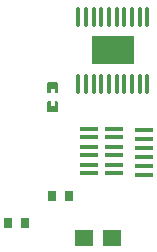
<source format=gtp>
G04 Layer: TopPasteMaskLayer*
G04 EasyEDA v6.5.15, 2022-10-03 11:07:23*
G04 82e3b97fe29b4ff0857f1a4285c62441,66c55e30cdf9462d94a9035e6fafb5ba,10*
G04 Gerber Generator version 0.2*
G04 Scale: 100 percent, Rotated: No, Reflected: No *
G04 Dimensions in inches *
G04 leading zeros omitted , absolute positions ,3 integer and 6 decimal *
%FSLAX36Y36*%
%MOIN*%

%AMMACRO1*4,1,4,-0.0295,-0.0079,-0.0295,0.0079,0.0295,0.0079,0.0295,-0.0079,-0.0295,-0.0079,0*%
%ADD10R,0.0591X0.0177*%
%ADD11MACRO1*%
%ADD12R,0.1417X0.0945*%
%ADD13O,0.013504X0.06876*%
%ADD14R,0.0591X0.0535*%
%ADD15R,0.0315X0.0354*%

%LPD*%
G36*
X664260Y2319020D02*
G01*
X662280Y2317040D01*
X662280Y2285560D01*
X664260Y2283580D01*
X673220Y2283580D01*
X673220Y2298160D01*
X686220Y2298160D01*
X686220Y2283580D01*
X695740Y2283580D01*
X697720Y2285560D01*
X697720Y2317040D01*
X695740Y2319020D01*
G37*
G36*
X664260Y2256020D02*
G01*
X662280Y2254060D01*
X662280Y2222960D01*
X664260Y2220980D01*
X695740Y2220980D01*
X697720Y2222960D01*
X697720Y2254060D01*
X695740Y2256020D01*
X686220Y2256020D01*
X686220Y2241060D01*
X673220Y2241060D01*
X673220Y2256020D01*
G37*
D10*
G01*
X800000Y2103780D03*
G01*
X800000Y2076219D03*
G01*
X985000Y2038780D03*
G01*
X985000Y2011219D03*
G01*
X800000Y2163780D03*
G01*
X800000Y2136219D03*
G01*
X885000Y2163780D03*
G01*
X885000Y2136219D03*
G01*
X985000Y2158780D03*
G01*
X985000Y2131219D03*
G01*
X885000Y2076219D03*
G01*
X885000Y2103780D03*
G01*
X985000Y2098780D03*
G01*
X985000Y2071219D03*
G01*
X800000Y2043780D03*
G01*
X800000Y2016219D03*
D11*
G01*
X883463Y2017795D03*
G01*
X883463Y2043386D03*
D12*
G01*
X880000Y2425000D03*
D13*
G01*
X995159Y2538119D03*
G01*
X969570Y2538119D03*
G01*
X943980Y2538119D03*
G01*
X918389Y2538119D03*
G01*
X892799Y2538119D03*
G01*
X867209Y2538119D03*
G01*
X841610Y2538119D03*
G01*
X816019Y2538119D03*
G01*
X790429Y2538119D03*
G01*
X764840Y2538119D03*
G01*
X995159Y2311880D03*
G01*
X969570Y2311880D03*
G01*
X943980Y2311880D03*
G01*
X918389Y2311880D03*
G01*
X892799Y2311880D03*
G01*
X867209Y2311880D03*
G01*
X841610Y2311880D03*
G01*
X816019Y2311880D03*
G01*
X790429Y2311880D03*
G01*
X764840Y2311880D03*
D14*
G01*
X877240Y1800000D03*
G01*
X782759Y1800000D03*
D15*
G01*
X677440Y1940000D03*
G01*
X732559Y1940000D03*
G01*
X587559Y1850000D03*
G01*
X532440Y1850000D03*
M02*

</source>
